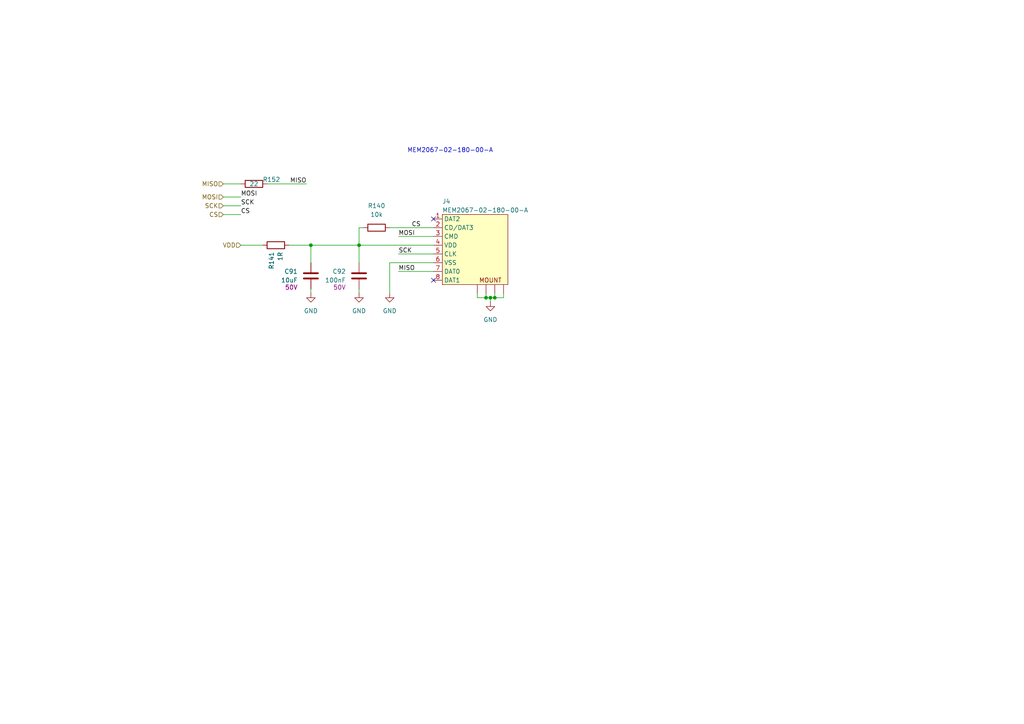
<source format=kicad_sch>
(kicad_sch (version 20231120) (generator "eeschema") (generator_version "8.0")
  (paper "A4")
  (lib_symbols
    (symbol "Device:C" (pin_numbers hide) (pin_names (offset 0.254))
      (property "Reference" "C" (at 0.635 2.54 0))
      (property "Value" "C" (at 0.635 -2.54 0))
      (symbol "C_0_1"
        (polyline (pts (xy -2.032 -0.762) (xy 2.032 -0.762)) (stroke (width 0.508)))
        (polyline (pts (xy -2.032 0.762) (xy 2.032 0.762)) (stroke (width 0.508)))
      )
      (symbol "C_1_1"
        (pin passive line (at 0 3.81 270) (length 2.794) (name "~") (number "1"))
        (pin passive line (at 0 -3.81 90) (length 2.794) (name "~") (number "2"))
      )
    )
    (symbol "Device:R" (pin_numbers hide) (pin_names (offset 0))
      (property "Reference" "R" (at 2.032 0 90))
      (property "Value" "R" (at 0 0 90))
      (symbol "R_0_1"
        (rectangle (start -1.016 -2.54) (end 1.016 2.54) (stroke (width 0.254)))
      )
      (symbol "R_1_1"
        (pin passive line (at 0 3.81 270) (length 1.27) (name "~") (number "1"))
        (pin passive line (at 0 -3.81 90) (length 1.27) (name "~") (number "2"))
      )
    )
    (symbol "balefi-library:MEM2067-02-180-00-A"
      (property "Reference" "J" (at -5.08 11.43 0))
      (property "Value" "MEM2067-02-180-00-A" (at 6.35 8.89 0))
      (symbol "MEM2067-02-180-00-A_1_1"
        (rectangle (start -6.35 7.62) (end 12.7 -12.7) (fill (type background)))
        (text "MOUNT" (at 7.62 -11.43 0) (effects (font (size 1.27 1.27))))
        (pin input line (at -8.89 6.35 0) (length 2.54) (name "DAT2") (number "1"))
        (pin input line (at -8.89 3.81 0) (length 2.54) (name "CD/DAT3") (number "2"))
        (pin input line (at -8.89 1.27 0) (length 2.54) (name "CMD") (number "3"))
        (pin input line (at -8.89 -1.27 0) (length 2.54) (name "VDD") (number "4"))
        (pin input line (at -8.89 -3.81 0) (length 2.54) (name "CLK") (number "5"))
        (pin input line (at -8.89 -6.35 0) (length 2.54) (name "VSS") (number "6"))
        (pin input line (at -8.89 -8.89 0) (length 2.54) (name "DAT0") (number "7"))
        (pin input line (at -8.89 -11.43 0) (length 2.54) (name "DAT1") (number "8"))
        (pin passive line (at 3.81 -15.24 90) (length 2.54) (name "") (number "TAB_1"))
        (pin passive line (at 6.35 -15.24 90) (length 2.54) (name "") (number "TAB_2"))
        (pin passive line (at 8.89 -15.24 90) (length 2.54) (name "") (number "TAB_3"))
        (pin passive line (at 11.43 -15.24 90) (length 2.54) (name "") (number "TAB_4"))
      )
    )
    (symbol "power:GND" (power) (pin_numbers hide) (pin_names (offset 0) hide)
      (property "Value" "GND" (at 0 -3.81 0))
      (symbol "GND_0_1"
        (polyline (pts (xy 0 0) (xy 0 -1.27) (xy 1.27 -1.27) (xy 0 -2.54) (xy -1.27 -1.27) (xy 0 -1.27)))
      )
      (symbol "GND_1_1"
        (pin power_in line (at 0 0 270) (length 0) (name "~") (number "1"))
      )
    )
  )
  (junction (at 104.14 71.12))
  (junction (at 143.51 86.36))
  (junction (at 90.17 71.12))
  (junction (at 142.24 86.36))
  (junction (at 140.97 86.36))
  (no_connect (at 125.73 63.5))
  (no_connect (at 125.73 81.28))
  (wire (pts (xy 143.51 86.36) (xy 146.05 86.36)))
  (wire (pts (xy 138.43 86.36) (xy 138.43 85.09)))
  (wire (pts (xy 115.57 73.66) (xy 125.73 73.66)))
  (wire (pts (xy 104.14 83.82) (xy 104.14 85.09)))
  (wire (pts (xy 90.17 71.12) (xy 90.17 76.2)))
  (wire (pts (xy 90.17 83.82) (xy 90.17 85.09)))
  (wire (pts (xy 115.57 68.58) (xy 125.73 68.58)))
  (wire (pts (xy 143.51 85.09) (xy 143.51 86.36)))
  (wire (pts (xy 77.47 53.34) (xy 88.9 53.34)))
  (wire (pts (xy 113.03 76.2) (xy 113.03 85.09)))
  (wire (pts (xy 140.97 86.36) (xy 138.43 86.36)))
  (wire (pts (xy 115.57 78.74) (xy 125.73 78.74)))
  (wire (pts (xy 90.17 71.12) (xy 83.82 71.12)))
  (wire (pts (xy 142.24 86.36) (xy 140.97 86.36)))
  (wire (pts (xy 64.77 62.23) (xy 69.85 62.23)))
  (wire (pts (xy 104.14 71.12) (xy 104.14 76.2)))
  (wire (pts (xy 125.73 76.2) (xy 113.03 76.2)))
  (wire (pts (xy 64.77 53.34) (xy 69.85 53.34)))
  (wire (pts (xy 140.97 85.09) (xy 140.97 86.36)))
  (wire (pts (xy 142.24 86.36) (xy 142.24 87.63)))
  (wire (pts (xy 146.05 86.36) (xy 146.05 85.09)))
  (wire (pts (xy 113.03 66.04) (xy 125.73 66.04)))
  (wire (pts (xy 64.77 57.15) (xy 69.85 57.15)))
  (wire (pts (xy 142.24 86.36) (xy 143.51 86.36)))
  (wire (pts (xy 104.14 66.04) (xy 104.14 71.12)))
  (wire (pts (xy 64.77 59.69) (xy 69.85 59.69)))
  (wire (pts (xy 105.41 66.04) (xy 104.14 66.04)))
  (wire (pts (xy 76.2 71.12) (xy 69.85 71.12)))
  (wire (pts (xy 90.17 71.12) (xy 104.14 71.12)))
  (wire (pts (xy 104.14 71.12) (xy 125.73 71.12)))
  (text "MEM2067-02-180-00-A" (at 118.11 44.45 0) (effects (font (size 1.27 1.27)) (justify left bottom)))
  (label "MOSI" (at 69.85 57.15 0))
  (label "MISO" (at 115.57 78.74 0))
  (label "MOSI" (at 115.57 68.58 0))
  (label "CS" (at 69.85 62.23 0))
  (label "CS" (at 119.38 66.04 0))
  (label "SCK" (at 115.57 73.66 0))
  (label "SCK" (at 69.85 59.69 0))
  (label "MISO" (at 88.9 53.34 180))
  (hierarchical_label "CS" (shape input) (at 64.77 62.23 180))
  (hierarchical_label "VDD" (shape input) (at 69.85 71.12 180))
  (hierarchical_label "MISO" (shape input) (at 64.77 53.34 180))
  (hierarchical_label "SCK" (shape input) (at 64.77 59.69 180))
  (hierarchical_label "MOSI" (shape input) (at 64.77 57.15 180))
  (symbol (lib_id "power:GND") (at 90.17 85.09 0) (unit 1)
    (property "Reference" "#PWR0135" (effects (hide yes)))
    (property "Value" "GND" (at 90.17 90.17 0))
    (property "Description" "Power symbol creates a global label with name \"GND\" , ground" (effects (hide yes)))
  )
  (symbol (lib_id "Device:R") (at 73.66 53.34 90) (unit 1)
    (property "Reference" "R152" (at 78.74 52.07 90))
    (property "Value" "22" (at 73.66 53.34 90))
    (property "Footprint" "Resistor_SMD:R_0402_1005Metric" (effects (hide yes)))
    (property "MPN" "AC0402FR-0722RL" (effects (hide yes)))
  )
  (symbol (lib_id "Device:R") (at 80.01 71.12 90) (mirror x) (unit 1)
    (property "Reference" "R141" (at 78.74 73.025 0) (effects (justify left)))
    (property "Value" "1R" (at 81.28 73.025 0) (effects (justify left)))
    (property "Footprint" "Resistor_SMD:R_0603_1608Metric" (effects (hide yes)))
    (property "MPN" "AF0603FR-071RL" (effects (hide yes)))
  )
  (symbol (lib_id "balefi-library:MEM2067-02-180-00-A") (at 134.62 69.85 0) (unit 1)
    (property "Reference" "J4" (at 128.27 58.42 0) (effects (justify left)))
    (property "Value" "MEM2067-02-180-00-A" (at 128.27 60.96 0) (effects (justify left)))
    (property "Footprint" "footprints:MEM2067-02-180-00-A" (effects (hide yes)))
    (property "MPN" "MEM2067-02-180-00-A" (effects (hide yes)))
  )
  (symbol (lib_id "Device:C") (at 90.17 80.01 0) (mirror y) (unit 1)
    (property "Reference" "C91" (at 86.36 78.74 0) (effects (justify left)))
    (property "Value" "10uF" (at 86.36 81.28 0) (effects (justify left)))
    (property "Footprint" "Capacitor_SMD:C_1206_3216Metric" (effects (hide yes)))
    (property "Napięcie" "50V" (at 84.493 83.3385 0))
    (property "MPN" "CL31A106KBHNNNE" (effects (hide yes)))
  )
  (symbol (lib_id "Device:C") (at 104.14 80.01 0) (mirror y) (unit 1)
    (property "Reference" "C92" (at 100.33 78.74 0) (effects (justify left)))
    (property "Value" "100nF" (at 100.33 81.28 0) (effects (justify left)))
    (property "Footprint" "Capacitor_SMD:C_0402_1005Metric" (effects (hide yes)))
    (property "Napięcie" "50V" (at 98.463 83.3385 0))
    (property "MPN" "CL05B104KB54PNC" (effects (hide yes)))
  )
  (symbol (lib_id "power:GND") (at 104.14 85.09 0) (unit 1)
    (property "Reference" "#PWR0136" (effects (hide yes)))
    (property "Value" "GND" (at 104.14 90.17 0))
    (property "Description" "Power symbol creates a global label with name \"GND\" , ground" (effects (hide yes)))
  )
  (symbol (lib_id "power:GND") (at 113.03 85.09 0) (unit 1)
    (property "Reference" "#PWR0137" (effects (hide yes)))
    (property "Value" "GND" (at 113.03 90.17 0))
    (property "Description" "Power symbol creates a global label with name \"GND\" , ground" (effects (hide yes)))
  )
  (symbol (lib_id "Device:R") (at 109.22 66.04 270) (unit 1)
    (property "Reference" "R140" (at 109.22 59.69 90))
    (property "Value" "10k" (at 109.22 62.23 90))
    (property "Footprint" "Resistor_SMD:R_0402_1005Metric" (effects (hide yes)))
    (property "MPN" "AC0402JR-0710KL" (effects (hide yes)))
  )
  (symbol (lib_id "power:GND") (at 142.24 87.63 0) (unit 1)
    (property "Reference" "#PWR0138" (effects (hide yes)))
    (property "Value" "GND" (at 142.24 92.71 0))
    (property "Description" "Power symbol creates a global label with name \"GND\" , ground" (effects (hide yes)))
  )
)
</source>
